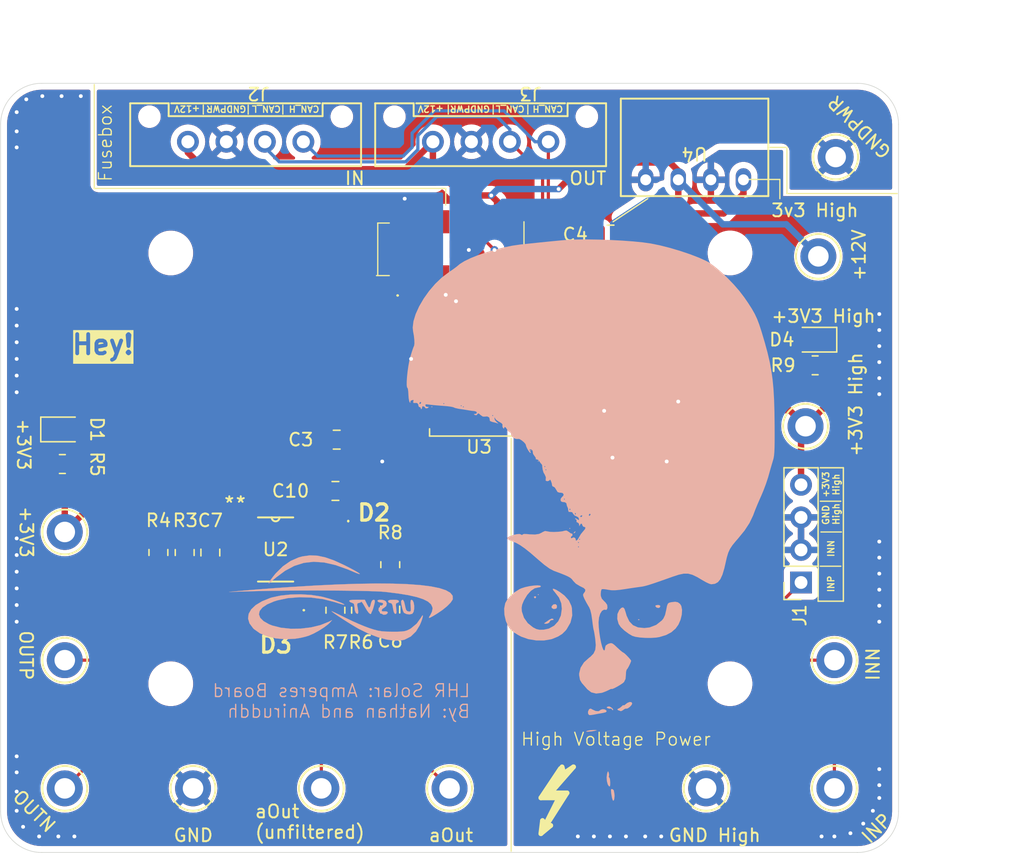
<source format=kicad_pcb>
(kicad_pcb (version 20241229) (generator "pcbnew") (generator_version "9.0")
  (layers (0 "F.Cu" signal) (2 "B.Cu" signal) (13 "F.Paste" user) (15 "B.Paste" user) (5 "F.SilkS" user "F.Silkscreen") (7 "B.SilkS" user "B.Silkscreen") (1 "F.Mask" user) (3 "B.Mask" user) (25 "Edge.Cuts" user))
  (net 0 "")
  (net 1 "+3V3")
  (net 2 "+12V")
  (net 3 "/INN")
  (net 4 "/INP")
  (net 5 "GND")
  (net 6 "GNDPWR")
  (net 7 "Net-(U2-V-IN)")
  (net 8 "Net-(U2-V+IN)")
  (net 9 "Net-(D1-A)")
  (net 10 "Net-(D2-A)")
  (net 11 "Net-(J1-Pin_1)")
  (net 12 "/OUTN")
  (net 13 "/OUTP")
  (net 14 "Net-(U2-RG)")
  (net 16 "Net-(D4-A)")
  (net 17 "/aOut")
  (net 18 "+3V3 High")
  (net 19 "GND High")
  (net 20 "Net-(J2-CAN_L)")
  (net 21 "Net-(J2-CAN_H)")
  (net 27 "/SCLK")
  (net 28 "/NSS")
  (net 32 "/MOSI")
  (net 33 "/MISO")
  (footprint "Package_SO:SOIC-8_7.5x5.85mm_P1.27mm" (layer "F.Cu") (at 105.8 58.085 180)
    (property "Reference" "U3")
    (property "Value" "AMC1300BDWV")
  )
  (footprint "TestPoint:TestPoint_Keystone_5005-5009_Compact" (layer "F.Cu") (at 133.5 78.6 180)
    (property "Reference" "INN1" (hide yes))
    (property "Value" "TestPoint")
  )
  (footprint "TestPoint:TestPoint_Keystone_5005-5009_Compact" (layer "F.Cu") (at 103.5 88.6 180)
    (property "Reference" "aOut1" (hide yes))
    (property "Value" "TestPoint")
  )
  (footprint "Resistor_SMD:R_0805_2012Metric" (layer "F.Cu") (at 116.25 55.35 180)
    (property "Reference" "R2")
    (property "Value" "2.4k")
  )
  (footprint "Capacitor_SMD:C_0805_2012Metric" (layer "F.Cu") (at 117.8 58.2 90)
    (property "Reference" "C2")
    (property "Value" "2.2uF")
  )
  (footprint "Capacitor_SMD:C_0805_2012Metric" (layer "F.Cu") (at 116.05 49.4)
    (property "Reference" "C6")
    (property "Value" "2.2n")
  )
  (footprint "Resistor_SMD:R_0805_2012Metric" (layer "F.Cu") (at 116.8875 61.2 180)
    (property "Reference" "R1")
    (property "Value" "2.4k")
  )
  (footprint "Capacitor_SMD:C_0805_2012Metric" (layer "F.Cu") (at 115.55 58.2 90)
    (property "Reference" "C1" (hide yes))
    (property "Value" "1uF")
  )
  (footprint "UTSVT_ICs:RI3_DC_Converter" (layer "F.Cu") (at 122.6 41.1273)
    (property "Reference" "U4")
    (property "Value" "RO-123.3S_HP")
  )
  (footprint "Resistor_SMD:R_0805_2012Metric" (layer "F.Cu") (at 73.3125 63.3)
    (property "Reference" "R5")
    (property "Value" "1.5k")
  )
  (footprint "TestPoint:TestPoint_Keystone_5005-5009_Compact" (layer "F.Cu") (at 133.5 88.6 180)
    (property "Reference" "INP1" (hide yes))
    (property "Value" "TestPoint")
  )
  (footprint "TestPoint:TestPoint_Keystone_5005-5009_Compact" (layer "F.Cu") (at 93.5 88.6 180)
    (property "Reference" "VOut1" (hide yes))
    (property "Value" "TestPoint")
  )
  (footprint "Capacitor_SMD:C_0805_2012Metric" (layer "F.Cu") (at 94.6 65.4 180)
    (property "Reference" "C10")
    (property "Value" "1uF")
  )
  (footprint "Connector_PinSocket_2.54mm:PinSocket_1x04_P2.54mm_Vertical" (layer "F.Cu") (at 130.9 72.54 180)
    (property "Reference" "J1")
    (property "Value" "Conn_01x04")
  )
  (footprint "Resistor_SMD:R_0805_2012Metric" (layer "F.Cu") (at 80.8 70.2 90)
    (property "Reference" "R4")
    (property "Value" "2.4k")
  )
  (footprint "UTSVT_Connectors:Molex_MicroFit3.0_1x4xP3.00mm_PolarizingPeg_Vertical" (layer "F.Cu") (at 102.2 38.16)
    (property "Reference" "J3")
    (property "Value" "PeripheralCANConnector")
  )
  (footprint "Parts:RBE01VYM6AFHTR" (layer "F.Cu") (at 95.59894 69.95226 180)
    (property "Reference" "D2")
    (property "Value" "RBE01VYM6AFHTR" (hide yes))
  )
  (footprint "UTSVT_Connectors:Molex_MicroFit3.0_1x4xP3.00mm_PolarizingPeg_Vertical" (layer "F.Cu") (at 83.1 38.16)
    (property "Reference" "J2")
    (property "Value" "PeripheralCANConnector")
  )
  (footprint "TestPoint:TestPoint_Keystone_5005-5009_Compact" (layer "F.Cu") (at 131.25 60.35)
    (property "Reference" "+3V3H1" (hide yes))
    (property "Value" "TestPoint")
  )
  (footprint "Resistor_SMD:R_0805_2012Metric" (layer "F.Cu") (at 94.59894 74.70226 -90)
    (property "Reference" "R7")
    (property "Value" "1k")
  )
  (footprint "TestPoint:TestPoint_Keystone_5005-5009_Compact" (layer "F.Cu") (at 73.5 78.6)
    (property "Reference" "OUTP1" (hide yes))
    (property "Value" "TestPoint")
  )
  (footprint "Resistor_SMD:R_0805_2012Metric" (layer "F.Cu") (at 132 55.6 180)
    (property "Reference" "R9")
    (property "Value" "1.5k")
  )
  (footprint "TestPoint:TestPoint_Keystone_5005-5009_Compact" (layer "F.Cu") (at 132.25 47.1)
    (property "Reference" "+12V1" (hide yes))
    (property "Value" "TestPoint")
  )
  (footprint "TestPoint:TestPoint_Keystone_5005-5009_Compact" (layer "F.Cu") (at 73.5 88.6 180)
    (property "Reference" "OUTN1" (hide yes))
    (property "Value" "TestPoint")
  )
  (footprint "Capacitor_SMD:C_0805_2012Metric" (layer "F.Cu") (at 116.05 47.4 180)
    (property "Reference" "C5")
    (property "Value" "10u")
  )
  (footprint "TestPoint:TestPoint_Keystone_5005-5009_Compact" (layer "F.Cu") (at 83.5 88.6 180)
    (property "Reference" "GND1" (hide yes))
    (property "Value" "TestPoint")
  )
  (footprint "Resistor_SMD:R_0805_2012Metric" (layer "F.Cu") (at 82.84894 70.20226 90)
    (property "Reference" "R3")
    (property "Value" "2.4k")
  )
  (footprint "Parts:RBE01VYM6AFHTR" (layer "F.Cu") (at 89.9362 74.70226 90)
    (property "Reference" "D3")
    (property "Value" "RBE01VYM6AFHTR" (hide yes))
  )
  (footprint "Capacitor_SMD:C_0805_2012Metric" (layer "F.Cu") (at 98.875 74.65 -90)
    (property "Reference" "C8")
    (property "Value" "2.2uF")
  )
  (footprint "Resistor_SMD:R_0805_2012Metric" (layer "F.Cu") (at 96.59894 74.70226 -90)
    (property "Reference" "R6")
    (property "Value" "12k")
  )
  (footprint "LED_SMD:LED_0805_2012Metric" (layer "F.Cu") (at 73.3125 60.6)
    (property "Reference" "D1")
    (property "Value" "PowerOn")
  )
  (footprint "LED_SMD:LED_0805_2012Metric" (layer "F.Cu") (at 132 53.6 180)
    (property "Reference" "D4")
    (property "Value" "PowerOn")
  )
  (footprint "Parts:D8" (layer "F.Cu") (at 89.9362 69.965)
    (property "Reference" "U2")
    (property "Value" "INA145UA/2K5")
  )
  (footprint "UTSVT_Special:PeripheralSOM" (layer "F.Cu") (at 100.375 64.875 90)
    (property "Reference" "U1" (hide yes))
    (property "Value" "PeripheralSOM" (hide yes))
  )
  (footprint "Capacitor_SMD:C_0805_2012Metric" (layer "F.Cu") (at 120.35 47.6 180)
    (property "Reference" "C9")
    (property "Value" "10uF")
  )
  (footprint "Capacitor_SMD:C_0805_2012Metric" (layer "F.Cu") (at 116.05 45.4 180)
    (property "Reference" "C4")
    (property "Value" "1n")
  )
  (footprint "Capacitor_SMD:C_0805_2012Metric" (layer "F.Cu") (at 84.84894 70.20226 -90)
    (property "Reference" "C7")
    (property "Value" "2.2uF")
  )
  (footprint "TestPoint:TestPoint_Keystone_5005-5009_Compact" (layer "F.Cu") (at 73.5 68.6 180)
    (property "Reference" "+3V3")
    (property "Value" "TestPoint")
  )
  (footprint "Capacitor_SMD:C_0805_2012Metric" (layer "F.Cu") (at 94.7 61.4 180)
    (property "Reference" "C3")
    (property "Value" "1uF")
  )
  (footprint "TestPoint:TestPoint_Keystone_5005-5009_Compact" (layer "F.Cu") (at 123.5 88.6)
    (property "Reference" "GNDH1" (hide yes))
    (property "Value" "TestPoint")
  )
  (footprint "Resistor_SMD:R_0805_2012Metric" (layer "F.Cu") (at 98.875 71.15 90)
    (property "Reference" "R8")
    (property "Value" "4.8k")
  )
  (footprint "TestPoint:TestPoint_Keystone_5005-5009_Compact" (layer "F.Cu") (at 133.6 39.35 180)
    (property "Reference" "GNDPWR1" (hide yes))
    (property "Value" "TestPoint")
  )
  (footprint "UTSVT_Special:Symbol_HighVoltage_Small" (layer "F.Cu") (at 111 90.1)
    (property "Reference" "REF**" (hide yes))
    (property "Value" "Symbol_HighVoltage_Small" (hide yes))
  )
  (footprint "UTSVT_Special:UTSVT_Logo_Symbol" (layer "B.Cu") (at 95.315946 73.885857 180)
    (property "Reference" "LOGO2" (hide yes))
    (property "Value" "solarlogo" (hide yes))
  )
  (footprint "Parts:aniMegamind" (layer "B.Cu") (at 114.353675 69.041275 180)
    (property "Reference" "LOGO1" (hide yes))
    (property "Value" "aniMegamind" (hide yes))
  )
  (gr_line (start 132.23 74) (end 134.2 74) (stroke (width 0.1125)) (layer "F.SilkS"))
  (gr_line (start 75.8 33.7) (end 75.8 41.8) (stroke (width 0.1)) (layer "F.SilkS"))
  (gr_line (start 132.4 71.27) (end 134 71.27) (stroke (width 0.1)) (layer "F.SilkS"))
  (gr_line (start 103.2 41.8) (end 103.2 43.1) (stroke (width 0.1)) (layer "F.SilkS"))
  (gr_line (start 108.3 50.9) (end 103.6 50.9) (stroke (width 0.1)) (layer "F.SilkS"))
  (gr_line (start 132.4 63.59) (end 134.2 63.59) (stroke (width 0.1125)) (layer "F.SilkS"))
  (gr_line (start 103.4 35.3) (end 103.4 36) (stroke (width 0.1)) (layer "F.SilkS"))
  (gr_line (start 81.8 35.16) (end 93.4 35.16) (stroke (width 0.15)) (layer "F.SilkS"))
  (gr_line (start 108.3 61.3) (end 108.3 93.5) (stroke (width 0.1)) (layer "F.SilkS"))
  (gr_line (start 108.3 50.9) (end 116 50.9) (stroke (width 0.1)) (layer "F.SilkS"))
  (gr_line (start 129.8 42.2) (end 129.8 38.6) (stroke (width 0.1)) (layer "F.SilkS"))
  (gr_line (start 116.25 44.4) (end 118.95 42.6) (stroke (width 0.1)) (layer "F.SilkS"))
  (gr_line (start 87.8 35.3) (end 87.8 36) (stroke (width 0.1)) (layer "F.SilkS"))
  (gr_line (start 129.25 41.1) (end 126.5 41.1) (stroke (width 0.1)) (layer "F.SilkS"))
  (gr_line (start 108.3 50.9) (end 108.3 54.9) (stroke (width 0.1)) (layer "F.SilkS"))
  (gr_line (start 132.23 74) (end 132.25 71.1) (stroke (width 0.1)) (layer "F.SilkS"))
  (gr_line (start 100.9 35.16) (end 112.5 35.16) (stroke (width 0.15)) (layer "F.SilkS"))
  (gr_line (start 129.8 38.6) (end 128.5 38.6) (stroke (width 0.1)) (layer "F.SilkS"))
  (gr_line (start 109.6 35.3) (end 109.6 36) (stroke (width 0.1)) (layer "F.SilkS"))
  (gr_line (start 103.6 50.9) (end 103.6 50.1) (stroke (width 0.1)) (layer "F.SilkS"))
  (gr_line (start 138.4 42.2) (end 129.8 42.2) (stroke (width 0.1)) (layer "F.SilkS"))
  (gr_line (start 129.25 42.6) (end 129.25 41.1) (stroke (width 0.1)) (layer "F.SilkS"))
  (gr_line (start 134.2 74) (end 134.2 63.59) (stroke (width 0.1125)) (layer "F.SilkS"))
  (gr_line (start 132.45 68.6) (end 134.05 68.6) (stroke (width 0.1)) (layer "F.SilkS"))
  (gr_line (start 106.9 35.3) (end 106.9 36) (stroke (width 0.1)) (layer "F.SilkS"))
  (gr_line (start 90.5 35.3) (end 90.5 36) (stroke (width 0.1)) (layer "F.SilkS"))
  (gr_line (start 75.8 41.8) (end 103.2 41.8) (stroke (width 0.1)) (layer "F.SilkS"))
  (gr_line (start 84.3 35.3) (end 84.3 36) (stroke (width 0.1)) (layer "F.SilkS"))
  (gr_line (start 134 66.2) (end 132.4 66.2) (stroke (width 0.1)) (layer "F.SilkS"))
  (gr_line (start 71.7 93.6) (end 135.3 93.6) (stroke (width 0.05)) (layer "Edge.Cuts"))
  (gr_arc (start 71.7 93.6) (mid 69.437258 92.662742) (end 68.5 90.4) (stroke (width 0.05)) (layer "Edge.Cuts"))
  (gr_line (start 68.5 36.8) (end 68.5 90.4) (stroke (width 0.05)) (layer "Edge.Cuts"))
  (gr_arc (start 68.5 36.8) (mid 69.437258 34.537258) (end 71.7 33.6) (stroke (width 0.05)) (layer "Edge.Cuts"))
  (gr_line (start 135.3 33.6) (end 71.7 33.6) (stroke (width 0.05)) (layer "Edge.Cuts"))
  (gr_arc (start 135.3 33.6) (mid 137.562742 34.537258) (end 138.5 36.8) (stroke (width 0.05)) (layer "Edge.Cuts"))
  (gr_arc (start 138.5 90.4) (mid 137.562742 92.662742) (end 135.3 93.6) (stroke (width 0.05)) (layer "Edge.Cuts"))
  (gr_line (start 138.5 90.4) (end 138.5 36.8) (stroke (width 0.05)) (layer "Edge.Cuts"))
  (gr_text "INP" (at 133.531676 73.35 90) (layer "F.SilkS") (effects (font (size 0.5 0.5) (thickness 0.1)) (justify left bottom)))
  (gr_text "INN" (at 137.1 80.3 90) (layer "F.SilkS") (effects (font (size 1 1)) (justify left bottom)))
  (gr_text "3v3 High" (at 128.5 44.1 0) (layer "F.SilkS") (effects (font (size 1 1)) (justify left bottom)))
  (gr_text "OUTN" (at 69.25 89.35 315) (layer "F.SilkS") (effects (font (size 1 1)) (justify left bottom)))
  (gr_text "aOut" (at 101.8 92.85 0) (layer "F.SilkS") (effects (font (size 1 1)) (justify left bottom)))
  (gr_text "+3V3 High" (at 135.75 62.8 90) (layer "F.SilkS") (effects (font (size 1 1)) (justify left bottom)))
  (gr_text "OUT" (at 112.75 41.6 0) (layer "F.SilkS") (effects (font (size 1 1)) (justify left bottom)))
  (gr_text "GNDPWR" (at 87.7 35.3 180) (layer "F.SilkS") (effects (font (size 0.5 0.5) (thickness 0.1)) (justify left bottom)))
  (gr_text "High Voltage Power" (at 109 85.35 0) (layer "F.SilkS") (effects (font (size 1 1) (thickness 0.1)) (justify left bottom)))
  (gr_text "aOut\n(unfiltered)" (at 88.25 92.6 0) (layer "F.SilkS") (effects (font (size 1 1)) (justify left bottom)))
  (gr_text "INP" (at 136.25 93.1 45) (layer "F.SilkS") (effects (font (size 1 1)) (justify left bottom)))
  (gr_text "CAN_H" (at 93.4 35.3 180) (layer "F.SilkS") (effects (font (size 0.5 0.5) (thickness 0.1)) (justify left bottom)))
  (gr_text "+12V" (at 136 49.1 90) (layer "F.SilkS") (effects (font (size 1 1)) (justify left bottom)))
  (gr_text "GND" (at 81.9 92.85 0) (layer "F.SilkS") (effects (font (size 1 1)) (justify left bottom)))
  (gr_text "Hey!" (at 73.914 54.864 0) (layer "F.SilkS" knockout) (effects (font (size 1.5 1.5) (thickness 0.3) (bold yes)) (justify left bottom)))
  (gr_text "CAN_L" (at 90.4 35.3 180) (layer "F.SilkS") (effects (font (size 0.5 0.5) (thickness 0.1)) (justify left bottom)))
  (gr_text "IN" (at 95.25 41.6 0) (layer "F.SilkS") (effects (font (size 1 1)) (justify left bottom)))
  (gr_text "GND High" (at 120.5 92.85 0) (layer "F.SilkS") (effects (font (size 1 1)) (justify left bottom)))
  (gr_text "+3V3\nHigh" (at 133.934162 64.9 90) (layer "F.SilkS") (effects (font (size 0.5 0.5) (thickness 0.1)) (justify bottom)))
  (gr_text "+12V" (at 103.1 35.3 180) (layer "F.SilkS") (effects (font (size 0.5 0.5) (thickness 0.1)) (justify left bottom)))
  (gr_text "+12V" (at 84.1 35.3 180) (layer "F.SilkS") (effects (font (size 0.5 0.5) (thickness 0.1)) (justify left bottom)))
  (gr_text "INN" (at 133.531676 70.6 90) (layer "F.SilkS") (effects (font (size 0.5 0.5) (thickness 0.1)) (justify left bottom)))
  (gr_text "+3V3 High" (at 128.5 52.35 0) (layer "F.SilkS") (effects (font (size 1 1)) (justify left bottom)))
  (gr_text "+3V3" (at 69.7125 59.675 -90) (layer "F.SilkS") (effects (font (size 1 1)) (justify left bottom)))
  (gr_text "CAN_L" (at 109.4 35.3 180) (layer "F.SilkS") (effects (font (size 0.5 0.5) (thickness 0.1)) (justify left bottom)))
  (gr_text "GND\nHigh" (at 133.934162 68.1 90) (layer "F.SilkS") (effects (font (size 0.5 0.5) (thickness 0.1)) (justify left bottom)))
  (gr_text "OUTP" (at 69.9 76.2 270) (layer "F.SilkS") (effects (font (size 1 1)) (justify left bottom)))
  (gr_text "GNDPWR" (at 138.15 38.85 135) (layer "F.SilkS") (effects (font (size 1 1)) (justify left bottom)))
  (gr_text "GNDPWR" (at 106.7 35.3 180) (layer "F.SilkS") (effects (font (size 0.5 0.5) (thickness 0.1)) (justify left bottom)))
  (gr_text "Fusebox" (at 77.25 41.35 90) (layer "F.SilkS") (effects (font (size 1 1) (thickness 0.1)) (justify left bottom)))
  (gr_text "CAN_H" (at 112.4 35.3 180) (layer "F.SilkS") (effects (font (size 0.5 0.5) (thickness 0.1)) (justify left bottom)))
  (gr_text "LHR Solar: Amperes Board\nBy: Nathan and Aniruddh" (at 105.175 83.175 0) (layer "B.SilkS") (effects (font (size 1 1) (thickness 0.1)) (justify left bottom mirror)))
  (segment (start 95.65 61.4) (end 97.06 59.99) (width 0.5) (layer "F.Cu") (net 1))
  (segment (start 73.5 64.4) (end 72.4 63.3) (width 0.5) (layer "F.Cu") (net 1))
  (segment (start 97.06 59.99) (end 100.475 59.99) (width 0.5) (layer "F.Cu") (net 1))
  (segment (start 103.25 53.6) (end 103.25 52.610661) (width 0.5) (layer "F.Cu") (net 1))
  (segment (start 99.2 44.4) (end 99.2 45.675) (width 0.5) (layer "F.Cu") (net 1))
  (segment (start 102.36 59.99) (end 103.25 59.1) (width 0.5) (layer "F.Cu") (net 1))
  (segment (start 102.4 45.6) (end 102.4 44.4) (width 0.5) (layer "F.Cu") (net 1))
  (segment (start 95.55 61.5) (end 95.65 61.4) (width 0.5) (layer "F.Cu") (net 1))
  (segment (start 103.25 59.1) (end 103.25 53.6) (width 0.5) (layer "F.Cu") (net 1))
  (segment (start 100.475 59.99) (end 102.36 59.99) (width 0.5) (layer "F.Cu") (net 1))
  (segment (start 92.4 69.33) (end 95.5712 69.33) (width 0.5) (layer "F.Cu") (net 1))
  (segment (start 95.59894 65.44894) (end 95.55 65.4) (width 0.5) (layer "F.Cu") (net 1))
  (segment (start 95.55 65.4) (end 95.55 61.5) (width 0.5) (layer "F.Cu") (net 1))
  (segment (start 99.275 45.75) (end 102.25 45.75) (width 0.5) (layer "F.Cu") (net 1))
  (segment (start 95.59894 69.30226) (end 95.59894 65.44894) (width 0.5) (layer "F.Cu") (net 1))
  (segment (start 102.4 44.4) (end 102.4 48.7) (width 0.5) (layer "F.Cu") (net 1))
  (segment (start 95.5712 69.33) (end 95.59894 69.30226) (width 0.5) (layer "F.Cu") (net 1))
  (segment (start 88.05 54.05) (end 102.8 54.05) (width 0.5) (layer "F.Cu") (net 1))
  (segment (start 102.4 51.760661) (end 102.4 48.7) (width 0.5) (layer "F.Cu") (net 1))
  (segment (start 73.5 68.6) (end 73.5 64.4) (width 0.5) (layer "F.Cu") (net 1))
  (segment (start 73.5 68.6) (end 88.05 54.05) (width 0.5) (layer "F.Cu") (net 1))
  (segment (start 99.2 45.675) (end 99.275 45.75) (width 0.5) (layer "F.Cu") (net 1))
  (segment (start 102.25 45.75) (end 102.4 45.6) (width 0.5) (layer "F.Cu") (net 1))
  (segment (start 103.25 52.610661) (end 102.4 51.760661) (width 0.5) (layer "F.Cu") (net 1))
  (segment (start 102.8 54.05) (end 103.25 53.6) (width 0.5) (layer "F.Cu") (net 1))
  (segment (start 120.525 43.325) (end 121.33 42.52) (width 0.5) (layer "F.Cu") (net 2))
  (segment (start 100.05 40.3) (end 102.19 38.16) (width 0.5) (layer "F.Cu") (net 2))
  (segment (start 117 45.4) (end 117 47.4) (width 0.5) (layer "F.Cu") (net 2))
  (segment (start 120.6773 39.7773) (end 121.33 40.43) (width 0.5) (layer "F.Cu") (net 2))
  (segment (start 102.2 40.05) (end 104.5 42.35) (width 0.5) (layer "F.Cu") (net 2))
  (segment (start 102.2 38.16) (end 102.2 40.05) (width 0.5) (layer "F.Cu") (net 2))
  (segment (start 83.1 38.16) (end 83.1 39) (width 0.5) (layer "F.Cu") (net 2))
  (segment (start 107.2 42.8) (end 107.2 44.4) (width 0.5) (layer "F.Cu") (net 2))
  (segment (start 112 41.85) (end 114.0727 39.7773) (width 0.5) (layer "F.Cu") (net 2))
  (segment (start 121.33 42.52) (end 121.33 41.1273) (width 0.5) (layer "F.Cu") (net 2))
  (segment (start 114.0727 39.7773) (end 120.6773 39.7773) (width 0.5) (layer "F.Cu") (net 2))
  (segment (start 83.1 39) (end 84.4 40.3) (width 0.5) (layer "F.Cu") (net 2))
  (segment (start 106.75 42.35) (end 107.2 42.8) (width 0.5) (layer "F.Cu") (net 2))
  (segment (start 121.33 40.43) (end 121.33 41.1273) (width 0.5) (layer "F.Cu") (net 2))
  (segment (start 84.4 40.3) (end 100.05 40.3) (width 0.5) (layer "F.Cu") (net 2))
  (segment (start 117 45.4) (end 117.7 45.4) (width 0.5) (layer "F.Cu") (net 2))
  (segment (start 104.5 42.35) (end 106.75 42.35) (width 0.5) (layer "F.Cu") (net 2))
  (segment (start 102.19 38.16) (end 102.2 38.16) (width 0.5) (layer "F.Cu") (net 2))
  (segment (start 119.775 43.325) (end 120.525 43.325) (width 0.5) (layer "F.Cu") (net 2))
  (segment (start 117.7 45.4) (end 119.775 43.325) (width 0.5) (layer "F.Cu") (net 2))
  (via (at 106.75 42.35) (size 0.5) (drill 0.3) (layers "F.Cu" "B.Cu") (net 2))
  (via (at 112 41.85) (size 0.5) (drill 0.3) (layers "F.Cu" "B.Cu") (net 2))
  (segment (start 124.8027 44.6) (end 121.33 41.1273) (width 0.5) (layer "B.Cu") (net 2))
  (segment (start 107.25 41.85) (end 106.75 42.35) (width 0.5) (layer "B.Cu") (net 2))
  (segment (start 112 41.85) (end 107.25 41.85) (width 0.5) (layer "B.Cu") (net 2))
  (segment (start 132.25 47.1) (end 129.75 44.6) (width 0.5) (layer "B.Cu") (net 2))
  (segment (start 129.75 44.6) (end 124.8027 44.6) (width 0.5) (layer "B.Cu") (net 2))
  (segment (start 131 78.6) (end 133.5 78.6) (width 0.25) (layer "F.Cu") (net 3))
  (segment (start 112.725 58.075) (end 116.975 58.075) (width 0.25) (layer "F.Cu") (net 3))
  (segment (start 118.15 57.25) (end 119 58.1) (width 0.25) (layer "F.Cu") (net 3))
  (segment (start 116.975 58.075) (end 117.8 57.25) (width 0.25) (layer "F.Cu") (net 3))
  (segment (start 119.8 62.563604) (end 119.8 67.4) (width 0.25) (layer "F.Cu") (net 3))
  (segment (start 111.125 57.45) (end 112.1 57.45) (width 0.25) (layer "F.Cu") (net 3))
  (segment (start 112.1 57.45) (end 112.725 58.075) (width 0.25) (layer "F.Cu") (net 3))
  (segment (start 117.8 55.9875) (end 117.8 57.25) (width 0.25) (layer "F.Cu") (net 3))
  (segment (start 119 61.763604) (end 119.8 62.563604) (width 0.25) (layer "F.Cu") (net 3))
  (segment (start 117.8 57.25) (end 118.15 57.25) (width 0.25) (layer "F.Cu") (net 3))
  (segment (start 119 58.1) (end 119 61.763604) (width 0.25) (layer "F.Cu") (net 3))
  (segment (start 117.1625 55.35) (end 117.8 55.9875) (width 0.25) (layer "F.Cu") (net 3))
  (segment (start 119.8 67.4) (end 131 78.6) (width 0.25) (layer "F.Cu") (net 3))
  (segment (start 117.8 59.15) (end 117.8 61.2) (width 0.25) (layer "F.Cu") (net 4))
  (segment (start 133.5 81.736396) (end 133.5 88.6) (width 0.25) (layer "F.Cu") (net 4))
  (segment (start 110.1 60.8) (end 113.75 60.8) (width 0.2) (layer "F.Cu") (net 4))
  (segment (start 117.8 61.2) (end 119.35 62.75) (width 0.25) (layer "F.Cu") (net 4))
  (segment (start 109.7 60.4) (end 110.1 60.8) (width 0.2) (layer "F.Cu") (net 4))
  (segment (start 114.5 60.05) (end 116.9 60.05) (width 0.2) (layer "F.Cu") (net 4))
  (segment (start 110.225001 58.72) (end 109.7 59.245001) (width 0.2) (layer "F.Cu") (net 4))
  (segment (start 119.35 62.75) (end 119.35 67.586396) (width 0.25) (layer "F.Cu") (net 4))
  (segment (start 111.125 58.72) (end 110.225001 58.72) (width 0.2) (layer "F.Cu") (net 4))
  (segment (start 109.7 59.245001) (end 109.7 60.4) (width 0.2) (layer "F.Cu") (net 4))
  (segment (start 119.35 67.586396) (end 133.5 81.736396) (width 0.25) (layer "F.Cu") (net 4))
  (segment (start 113.75 60.8) (end 114.5 60.05) (width 0.2) (layer "F.Cu") (net 4))
  (segment (start 116.9 60.05) (end 117.8 59.15) (width 0.2) (layer "F.Cu") (net 4))
  (segment (start 103.2 48.7) (end 103.2 50.1) (width 0.5) (layer "F.Cu") (net 5))
  (segment (start 100.475 55.125) (end 100.5 55.1) (width 0.2) (layer "F.Cu") (net 5))
  (segment (start 100.475 56.18) (end 100.475 55.125) (width 0.5) (layer "F.Cu") (net 5))
  (segment (start 100 42.6) (end 100 44.4) (width 0.5) (layer "F.Cu") (net 5))
  (via (at 71.5 92.35) (size 0.6) (drill 0.3) (layers "F.Cu" "B.Cu") (net 5))
  (via (at 74.75 34.6) (size 0.6) (drill 0.3) (layers "F.Cu" "B.Cu") (net 5))
  (via (at 100.5 55.1) (size 0.6) (drill 0.3) (layers "F.Cu" "B.Cu") (net 5))
  (via (at 69.75 57.7) (size 0.6) (drill 0.3) (layers "F.Cu" "B.Cu") (net 5))
  (via (at 69.75 37.35) (size 0.6) (drill 0.3) (layers "F.Cu" "B.Cu") (net 5))
  (via (at 69.75 70.4) (size 0.6) (drill 0.3) (layers "F.Cu" "B.Cu") (net 5))
  (via (at 69.75 86.1) (size 0.6) (drill 0.3) (layers "F.Cu" "B.Cu") (net 5))
  (via (at 69.75 51.2) (size 0.6) (drill 0.3) (layers "F.Cu" "B.Cu") (net 5))
  (via (at 69.75 88.85) (size 0.6) (drill 0.3) (layers "F.Cu" "B.Cu") (net 5))
  (via (at 69.75 73) (size 0.6) (drill 0.3) (layers "F.Cu" "B.Cu") (net 5))
  (via (at 100 42.6) (size 0.6) (drill 0.3) (layers "F.Cu" "B.Cu") (net 5))
  (via (at 69.75 69.1) (size 0.6) (drill 0.3) (layers "F.Cu" "B.Cu") (net 5))
  (via (at 69.75 35.85) (size 0.6) (drill 0.3) (layers "F.Cu" "B.Cu") (net 5))
  (via (at 71.75 34.6) (size 0.6) (drill 0.3) (layers "F.Cu" "B.Cu") (net 5))
  (via (at 69.75 38.6) (size 0.6) (drill 0.3) (layers "F.Cu" "B.Cu") (net 5))
  (via (at 73 92.35) (size 0.6) (drill 0.3) (layers "F.Cu" "B.Cu") (net 5))
  (via (at 98.25 63.1) (size 0.6) (drill 0.3) (layers "F.Cu" "B.Cu") (net 5))
  (via (at 74.25 92.35) (size 0.6) (drill 0.3) (layers "F.Cu" "B.Cu") (net 5))
  (via (at 103.2 50.1) (size 0.6) (drill 0.3) (layers "F.Cu" "B.Cu") (net 5))
  (via (at 69.75 87.35) (size 0.6) (drill 0.3) (layers "F.Cu" "B.Cu") (net 5))
  (via (at 73.25 34.6) (size 0.6) (drill 0.3) (layers "F.Cu" "B.Cu") (net 5))
  (via (at 69.75 56.4) (size 0.6) (drill 0.3) (layers "F.Cu" "B.Cu") (net 5))
  (via (at 69.75 52.5) (size 0.6) (drill 0.3) (layers "F.Cu" "B.Cu") (net 5))
  (via (at 69.75 53.8) (size 0.6) (drill 0.3) (layers "F.Cu" "B.Cu") (net 5))
  (via (at 69.75 75.6) (size 0.6) (drill 0.3) (layers "F.Cu" "B.Cu") (net 5))
  (via (at 70.25 91.6) (size 0.6) (drill 0.3) (layers "F.Cu" "B.Cu") (net 5))
  (via (at 69.75 90.35) (size 0.6) (drill 0.3) (layers "F.Cu" "B.Cu") (net 5))
  (via (at 69.75 71.7) (size 0.6) (drill 0.3) (layers "F.Cu" "B.Cu") (net 5))
  (via (at 69.75 55.1) (size 0.6) (drill 0.3) (layers "F.Cu" "B.Cu") (net 5))
  (via (at 70.5 34.85) (size 0.6) (drill 0.3) (layers "F.Cu" "B.Cu") (net 5))
  (via (at 69.75 74.3) (size 0.6) (drill 0.3) (layers "F.Cu" "B.Cu") (net 5))
  (via (at 105 46.6) (size 0.6) (drill 0.3) (layers "F.Cu" "B.Cu") (net 6))
  (segment (start 82.98644 71.11476) (end 84.84894 69.25226) (width 0.25) (layer "F.Cu") (net 7))
  (segment (start 82.84894 71.11476) (end 82.98644 71.11476) (width 0.25) (layer "F.Cu") (net 7))
  (segment (start 84.84894 69.25226) (end 87.39466 69.25226) (width 0.25) (layer "F.Cu") (net 7))
  (segment (start 87.39466 69.25226) (end 87.4724 69.33) (width 0.25) (layer "F.Cu") (net 7))
  (segment (start 85.4012 70.6) (end 84.84894 71.15226) (width 0.25) (layer "F.Cu") (net 8))
  (segment (start 81.63976 71.95226) (end 84.04894 71.95226) (width 0.25) (layer "F.Cu") (net 8))
  (segment (start 80.8 71.1125) (end 81.63976 71.95226) (width 0.25) (layer "F.Cu") (net 8))
  (segment (start 87.4724 70.6) (end 85.4012 70.6) (width 0.25) (layer "F.Cu") (net 8))
  (segment (start 84.04894 71.95226) (end 84.84894 71.15226) (width 0.25) (layer "F.Cu") (net 8))
  (segment (start 74.25 63.275) (end 74.225 63.3) (width 0.25) (layer "F.Cu") (net 9))
  (segment (start 74.25 60.6) (end 74.25 63.275) (width 0.25) (layer "F.Cu") (net 9))
  (segment (start 95.59894 71.20226) (end 95.59894 72.78976) (width 0.25) (layer "F.Cu") (net 10))
  (segment (start 94.49286 71.20226) (end 95.59894 71.20226) (width 0.25) (layer "F.Cu") (net 10))
  (segment (start 90.5862 74.70226) (end 90.5862 70.9232) (width 0.25) (layer "F.Cu") (net 10))
  (segment (start 90.9094 70.6) (end 92.4 70.6) (width 0.25) (layer "F.Cu") (net 10))
  (segment (start 97.91024 71.20226) (end 98.875 70.2375) (width 0.25) (layer "F.Cu") (net 10))
  (segment (start 95.59894 71.20226) (end 97.91024 71.20226) (width 0.25) (layer "F.Cu") (net 10))
  (segment (start 92.4 70.6) (end 93.8906 70.6) (width 0.25) (layer "F.Cu") (net 10))
  (segment (start 90.5862 83.073451) (end 93.5 85.987251) (width 0.25) (layer "F.Cu") (net 10))
  (segment (start 95.59894 72.78976) (end 96.59894 73.78976) (width 0.25) (layer "F.Cu") (net 10))
  (segment (start 90.5862 70.9232) (end 90.9094 70.6) (width 0.25) (layer "F.Cu") (net 10))
  (segment (start 93.5 85.987251) (end 93.5 88.6) (width 0.25) (layer "F.Cu") (net 10))
  (segment (start 93.8906 70.6) (end 94.49286 71.20226) (width 0.25) (layer "F.Cu") (net 10))
  (segment (start 90.5862 74.70226) (end 90.5862 83.073451) (width 0.25) (layer "F.Cu") (net 10))
  (segment (start 128 74.85) (end 120.425 67.275) (width 0.25) (layer "F.Cu") (net 11))
  (segment (start 130.9 72.54) (end 128.59 74.85) (width 0.25) (layer "F.Cu") (net 11))
  (segment (start 128.59 74.85) (end 128 74.85) (width 0.25) (layer "F.Cu") (net 11))
  (segment (start 120.425 67.275) (end 120.425 63.1) (width 0.25) (layer "F.Cu") (net 11))
  (segment (start 115.975 62.575) (end 116.2 62.8) (width 0.25) (layer "F.Cu") (net 11))
  (segment (start 115.975 61.2) (end 115.975 62.575) (width 0.25) (layer "F.Cu") (net 11))
  (via (at 116.2 62.8) (size 0.6) (drill 0.3) (layers "F.Cu" "B.Cu") (net 11))
  (via (at 120.425 63.1) (size 0.6) (drill 0.3) (layers "F.Cu" "B.Cu") (net 11))
  (segment (start 120.425 63.1) (end 116.5 63.1) (width 0.2) (layer "B.Cu") (net 11))
  (segment (start 116.5 63.1) (end 116.2 62.8) (width 0.2) (layer "B.Cu") (net 11))
  (segment (start 102 57.85) (end 102 58.94) (width 0.2) (layer "F.Cu") (net 12))
  (segment (start 91.553896 59.17) (end 82.84894 67.874956) (width 0.25) (layer "F.Cu") (net 12))
  (segment (start 82.84894 67.874956) (end 82.84894 69.28976) (width 0.25) (layer "F.Cu") (net 12))
  (segment (start 101.6 57.45) (end 102 57.85) (width 0.2) (layer "F.Cu") (net 12))
  (segment (start 100.475 57.45) (end 101.6 57.45) (width 0.2) (layer "F.Cu") (net 12))
  (segment (start 102 58.94) (end 101.62 59.32) (width 0.2) (layer "F.Cu") (net 12))
  (segment (start 101.62 59.32) (end 99.534448 59.32) (width 0.2) (layer "F.Cu") (net 12))
  (segment (start 81.8637 70.275) (end 78.711396 70.275) (width 0.25) (layer "F.Cu") (net 12))
  (segment (start 91.578896 59.145) (end 91.553896 59.17) (width 0.2) (layer "F.Cu") (net 12))
  (segment (start 76.75 85.35) (end 73.5 88.6) (width 0.25) (layer "F.Cu") (net 12))
  (segment (start 78.711396 70.275) (end 76.75 72.236396) (width 0.25) (layer "F.Cu") (net 12))
  (segment (start 99.534448 59.32) (end 99.359448 59.145) (width 0.2) (layer "F.Cu") (net 12))
  (segment (start 99.359448 59.145) (end 91.578896 59.145) (width 0.2) (layer "F.Cu") (net 12))
  (segment (start 82.84894 69.28976) (end 81.8637 70.275) (width 0.25) (layer "F.Cu") (net 12))
  (segment (start 76.75 72.236396) (end 76.75 85.35) (width 0.25) (layer "F.Cu") (net 12))
  (segment (start 100.475 58.72) (end 91.3675 58.72) (width 0.25) (layer "F.Cu") (net 13))
  (segment (start 80.4875 69.6) (end 78.75 69.6) (width 0.25) (layer "F.Cu") (net 13))
  (segment (start 91.3675 58.72) (end 80.8 69.2875) (width 0.25) (layer "F.Cu") (net 13))
  (segment (start 78.75 69.6) (end 76.3 72.05) (width 0.25) (layer "F.Cu") (net 13))
  (segment (start 80.8 69.2875) (end 80.4875 69.6) (width 0.25) (layer "F.Cu") (net 13))
  (segment (start 76 78.6) (end 73.5 78.6) (width 0.25) (layer "F.Cu") (net 13))
  (segment (start 76.3 78.3) (end 76 78.6) (width 0.25) (layer "F.Cu") (net 13))
  (segment (start 76.3 72.05) (end 76.3 78.3) (width 0.25) (layer "F.Cu") (net 13))
  (segment (start 92.67918 71.87) (end 94.59894 73.78976) (width 0.25) (layer "F.Cu") (net 14))
  (segment (start 94.59894 73.78976) (end 94.77394 73.78976) (width 0.25) (layer "F.Cu") (net 14))
  (segment (start 92.4 71.87) (end 92.67918 71.87) (width 0.25) (layer "F.Cu") (net 14))
  (segment (start 94.77394 73.78976) (end 96.59894 75.61476) (width 0.25) (layer "F.Cu") (net 14))
  (segment (start 131.0875 55.1) (end 131.0875 53.125) (width 0.2) (layer "F.Cu") (net 16))
  (segment (start 98.875 72.0625) (end 98.875 73.7) (width 0.25) (layer "F.Cu") (net 17))
  (segment (start 100 72.0625) (end 100.25 71.8125) (width 0.25) (layer "F.Cu") (net 17))
  (segment (start 107 46.6) (end 106.4 46) (width 0.25) (layer "F.Cu") (net 17))
  (segment (start 98.875 72.0625) (end 100 72.0625) (width 0.25) (layer "F.Cu") (net 17))
  (segment (start 98.875 73.7) (end 97.62394 74.95106) (width 0.25) (layer "F.Cu") (net 17))
  (segment (start 97.62394 74.95106) (end 97.62394 82.72394) (width 0.25) (layer "F.Cu") (net 17))
  (segment (start 106.4 46) (end 106.4 44.4) (width 0.25) (layer "F.Cu") (net 17))
  (segment (start 100.25 71.8125) (end 100.25 63.35) (width 0.25) (layer "F.Cu") (net 17))
  (segment (start 97.62394 82.72394) (end 103.5 88.6) (width 0.25) (layer "F.Cu") (net 17))
  (segment (start 100.25 63.35) (end 104 59.6) (width 0.25) (layer "F.Cu") (net 17))
  (segment (start 104 59.6) (end 104 50.6) (width 0.25) (layer "F.Cu") (net 17))
  (via (at 104 50.6) (size 0.6) (drill 0.3) (layers "F.Cu" "B.Cu") (net 17))
  (via (at 107 46.6) (size 0.6) (drill 0.3) (layers "F.Cu" "B.Cu") (net 17))
  (segment (start 104 49.6) (end 107 46.6) (width 0.25) (layer "B.Cu") (net 17))
  (segment (start 104 50.6) (end 104 49.6) (width 0.25) (layer "B.Cu") (net 17))
  (segment (start 112 59.85) (end 113.922182 59.85) (width 0.5) (layer "F.Cu") (net 18))
  (segment (start 121.325 58.425) (end 121.325 47.625) (width 0.5) (layer "F.Cu") (net 18))
  (segment (start 126.41 42.215) (end 126.41 41.1273) (width 0.5) (layer "F.Cu") (net 18))
  (segment (start 111.86 59.99) (end 112 59.85) (width 0.5) (layer "F.Cu") (net 18))
  (segment (start 114.622182 59.15) (end 115.55 59.15) (width 0.5) (layer "F.Cu") (net 18))
  (segment (start 121.325 47.625) (end 121.3 47.6) (width 0.5) (layer "F.Cu") (net 18))
  (segment (start 131.25 60.35) (end 132.9125 58.6875) (width 0.5) (layer "F.Cu") (net 18))
  (segment (start 122 59.1) (end 121.325 58.425) (width 0.5) (layer "F.Cu") (net 18))
  (segment (start 113.922182 59.85) (end 114.622182 59.15) (width 0.5) (layer "F.Cu") (net 18))
  (segment (start 124.875 43.75) (end 126.41 42.215) (width 0.5) (layer "F.Cu") (net 18))
  (segment (start 111.125 59.99) (end 111.86 59.99) (width 0.5) (layer "F.Cu") (net 18))
  (segment (start 130 59.1) (end 122 59.1) (width 0.5) (layer "F.Cu") (net 18))
  (segment (start 130.9 64.92) (end 130.9 61.2) (width 0.5) (layer "F.Cu") (net 18))
  (segment (start 121.3 47.6) (end 121.3 45.025) (width 0.5) (layer "F.Cu") (net 18))
  (segment (start 132.9125 58.6875) (end 132.9125 55.6) (width 0.5) (layer "F.Cu") (net 18))
  (segment (start 131.25 60.35) (end 130 59.1) (width 0.5) (layer "F.Cu") (net 18))
  (segment (start 121.3 45.025) (end 122.575 43.75) (width 0.5) (layer "F.Cu") (net 18))
  (segment (start 131.25 60.85) (end 131.25 60.35) (width 0.5) (layer "F.Cu") (net 18))
  (segment (start 130.9 61.2) (end 131.25 60.85) (width 0.5) (layer "F.Cu") (net 18))
  (segment (start 122.575 43.75) (end 124.875 43.75) (width 0.5) (layer "F.Cu") (net 18))
  (via (at 121.325 58.425) (size 0.6) (drill 0.3) (layers "F.Cu" "B.Cu") (net 18))
  (via (at 115.55 59.15) (size 0.6) (drill 0.3) (layers "F.Cu" "B.Cu") (net 18))
  (segment (start 121.325 58.425) (end 120.6 59.15) (width 0.5) (layer "B.Cu") (net 18))
  (segment (start 120.6 59.15) (end 115.69 59.15) (width 0.5) (layer "B.Cu") (net 18))
  (via (at 132.5 92.35) (size 0.6) (drill 0.3) (layers "F.Cu" "B.Cu") (net 19))
  (via (at 137 71.85) (size 0.6) (drill 0.3) (layers "F.Cu" "B.Cu") (net 19))
  (via (at 137 51.6) (size 0.6) (drill 0.3) (layers "F.Cu" "B.Cu") (net 19))
  (via (at 137 88.35) (size 0.6) (drill 0.3) (layers "F.Cu" "B.Cu") (net 19))
  (via (at 134.75 92.1) (size 0.6) (drill 0.3) (layers "F.Cu" "B.Cu") (net 19))
  (via (at 137 54.1) (size 0.6) (drill 0.3) (layers "F.Cu" "B.Cu") (net 19))
  (via (at 114.75 92.35) (size 0.6) (drill 0.3) (layers "F.Cu" "B.Cu") (net 19))
  (via (at 137 87.1) (size 0.6) (drill 0.3) (layers "F.Cu" "B.Cu") (net 19))
  (via (at 137 57.85) (size 0.6) (drill 0.3) (layers "F.Cu" "B.Cu") (net 19))
  (via (at 137 70.6) (size 0.6) (drill 0.3) (layers "F.Cu" "B.Cu") (net 19))
  (via (at 137 73.1) (size 0.6) (drill 0.3) (layers "F.Cu" "B.Cu") (net 19))
  (via (at 137 52.85) (size 0.6) (drill 0.3) (layers "F.Cu" "B.Cu") (net 19))
  (via (at 137 56.6) (size 0.6) (drill 0.3) (layers "F.Cu" "B.Cu") (net 19))
  (via (at 137 74.35) (size 0.6) (drill 0.3) (layers "F.Cu" "B.Cu") (net 19))
  (via (at 113.5 92.35) (size 0.6) (drill 0.3) (layers "F.Cu" "B.Cu") (net 19))
  (via (at 137 69.35) (size 0.6) (drill 0.3) (layers "F.Cu" "B.Cu") (net 19))
  (via (at 116 92.35) (size 0.6) (drill 0.3) (layers "F.Cu" "B.Cu") (net 19))
  (via (at 137 55.35) (size 0.6) (drill 0.3) (layers "F.Cu" "B.Cu") (net 19))
  (via (at 136.5 90.35) (size 0.6) (drill 0.3) (layers "F.Cu" "B.Cu") (net 19))
  (via (at 120 92.35) (size 0.6) (drill 0.3) (layers "F.Cu" "B.Cu") (net 19))
  (via (at 117.25 92.35) (size 0.6) (drill 0.3) (layers "F.Cu" "B.Cu") (net 19))
  (via (at 118.75 92.35) (size 0.6) (drill 0.3) (layers "F.Cu" "B.Cu") (net 19))
  (via (at 137 89.35) (size 0.6) (drill 0.3) (layers "F.Cu" "B.Cu") (net 19))
  (via (at 135.75 91.35) (size 0.6) (drill 0.3) (layers "F.Cu" "B.Cu") (net 19))
  (via (at 137 75.6) (size 0.6) (drill 0.3) (layers "F.Cu" "B.Cu") (net 19))
  (via (at 133.5 92.35) (size 0.6) (drill 0.3) (layers "F.Cu" "B.Cu") (net 19))
  (segment (start 107.2 49.7) (end 107.2 48.7) (width 0.25) (layer "F.Cu") (net 20))
  (segment (start 111.2 38.16) (end 111.2 45.036396) (width 0.25) (layer "F.Cu") (net 20))
  (segment (start 111.2 45.036396) (end 108.6 47.636396) (width 0.25) (layer "F.Cu") (net 20))
  (segment (start 107.425 49.925) (end 107.2 49.7) (width 0.25) (layer "F.Cu") (net 20))
  (segment (start 108.6 49.925) (end 107.425 49.925) (width 0.25) (layer "F.Cu") (net 20))
  (segment (start 108.6 47.636396) (end 108.6 49.925) (width 0.25) (layer "F.Cu") (net 20))
  (segment (start 100.575 38.588604) (end 100.575 37.486903) (width 0.25) (layer "B.Cu") (net 20))
  (segment (start 107.75 35.75) (end 110.16 38.16) (width 0.25) (layer "B.Cu") (net 20))
  (segment (start 92.1 38.16) (end 93.215 39.275) (width 0.25) (layer "B.Cu") (net 20))
  (segment (start 110.16 38.16) (end 111.2 38.16) (width 0.25) (layer "B.Cu") (net 20))
  (segment (start 99.888604 39.275) (end 100.575 38.588604) (width 0.25) (layer "B.Cu") (net 20))
  (segment (start 102.311903 35.75) (end 107.75 35.75) (width 0.25) (layer "B.Cu") (net 20))
  (segment (start 100.575 37.486903) (end 102.311903 35.75) (width 0.25) (layer "B.Cu") (net 20))
  (segment (start 93.215 39.275) (end 99.888604 39.275) (width 0.25) (layer "B.Cu") (net 20))
  (segment (start 108 47.6) (end 110.75 44.85) (width 0.25) (layer "F.Cu") (net 21))
  (segment (start 110.75 44.85) (end 110.75 40.71) (width 0.25) (layer "F.Cu") (net 21))
  (segment (start 110.75 40.71) (end 108.2 38.16) (width 0.25) (layer "F.Cu") (net 21))
  (segment (start 108 48.7) (end 108 47.6) (width 0.25) (layer "F.Cu") (net 21))
  (segment (start 89.1 38.16) (end 89.1 38.6) (width 0.25) (layer "B.Cu") (net 21))
  (segment (start 101.025 38.775) (end 101.025 37.673299) (width 0.25) (layer "B.Cu") (net 21))
  (segment (start 101.025 37.673299) (end 102.498299 36.2) (width 0.25) (layer "B.Cu") (net 21))
  (segment (start 102.498299 36.2) (end 107.2 36.2) (width 0.25) (layer "B.Cu") (net 21))
  (segment (start 89.1 38.6) (end 90.225 39.725) (width 0.25) (layer "B.Cu") (net 21))
  (segment (start 108.2 37.2) (end 108.2 38.16) (width 0.25) (layer "B.Cu") (net 21))
  (segment (start 100.075 39.725) (end 101.025 38.775) (width 0.25) (layer "B.Cu") (net 21))
  (segment (start 90.225 39.725) (end 100.075 39.725) (width 0.25) (layer "B.Cu") (net 21))
  (segment (start 107.2 36.2) (end 108.2 37.2) (width 0.25) (layer "B.Cu") (net 21))
  (zone (net 6) (net_name "GNDPWR") (layers "F.Cu" "B.Cu") (priority 1) (connect_pads (clearance 0.5)) (min_thickness 0.25) (fill yes (thermal_gap 0.5) (thermal_bridge_width 0.5))
    (polygon (pts (xy 76 33.6) (xy 138.5 33.6) (xy 138.5 51) (xy 103.5 51) (xy 103.5 41.6) (xy 76 41.6)))
  )
  (zone (net 19) (net_name "GND High") (layers "F.Cu" "B.Cu") (priority 3) (connect_pads (clearance 0.5)) (min_thickness 0.25) (fill yes (thermal_gap 0.5) (thermal_bridge_width 0.5))
    (polygon (pts (xy 138.5 93.6) (xy 108.5 93.6) (xy 108.5 51) (xy 116 51) (xy 116 44.4) (xy 124.5 38.8) (xy 129.5 38.8) (xy 129.5 42.4) (xy 138.5 42.4)))
  )
  (zone (net 5) (net_name "GND") (layers "F.Cu" "B.Cu") (connect_pads (clearance 0.5)) (min_thickness 0.25) (fill yes (thermal_gap 0.5) (thermal_bridge_width 0.5))
    (polygon (pts (xy 68.5 33.6) (xy 108.5 33.6) (xy 108.5 93.6) (xy 68.5 93.6)))
  )
)
</source>
